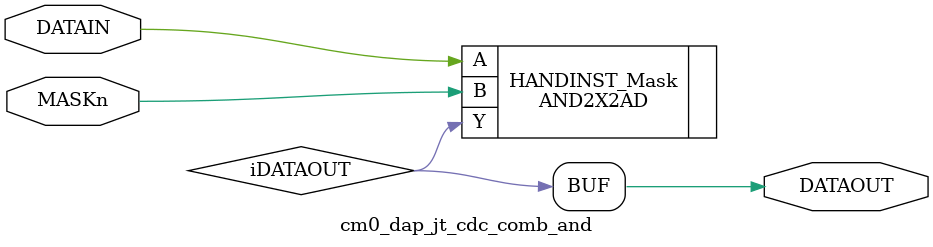
<source format=v>

module cm0_dap_jt_cdc_comb_and
         #(parameter   PRESENT = 1)
          (input  wire DATAIN,   // Data to be Masked
           input  wire MASKn,    // Mask Enable
           output wire DATAOUT); // Masked Data Output

   wire  	  iDATAOUT; // Output of AND gate
  
  // --------------------------------------------------------------------------
  // This module is instantiated where an AND gate mask is required on a CDC
  // interface. In this case, it is necesssary to ensure that the output of
  // the mask does not glitch when the mask input is low.
  //
  // The implementation of this module must ensure that this requirement is
  // met.
  // --------------------------------------------------------------------------

  // --------------------------------------------------------------------------
  // In this example, the above behaviour is ensured by using an AND2 gate
  // To mask the data signal. The synthesis tool should be configured so that
  // these gates arent resynthesised into alternative gates, though resizing 
  // is allowed.
  // --------------------------------------------------------------------------
   
  //----------------------------------------------------------------------------
  // Beginning of main code
  //----------------------------------------------------------------------------

  // AND Gate Mask
  assign DATAOUT = (PRESENT != 0) ? iDATAOUT
                              : 1'b0; //DATAOUT disconnected when not present

   AND2X2AD HANDINST_Mask (.A(DATAIN),
			   .B(MASKn),
			   .Y(iDATAOUT));
endmodule

</source>
